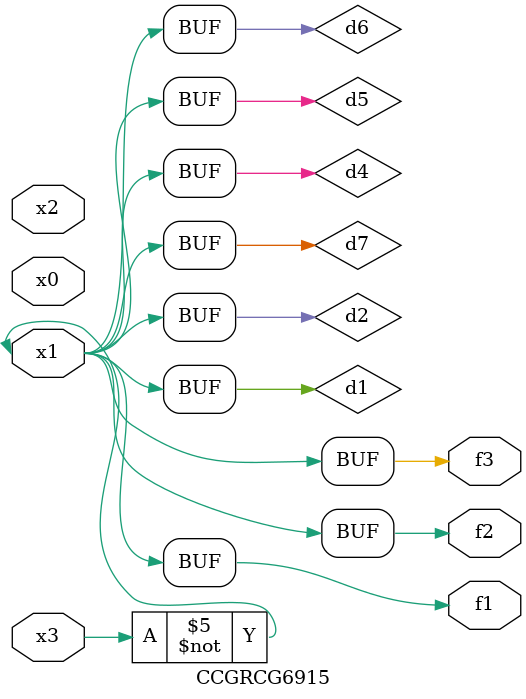
<source format=v>
module CCGRCG6915(
	input x0, x1, x2, x3,
	output f1, f2, f3
);

	wire d1, d2, d3, d4, d5, d6, d7;

	not (d1, x3);
	buf (d2, x1);
	xnor (d3, d1, d2);
	nor (d4, d1);
	buf (d5, d1, d2);
	buf (d6, d4, d5);
	nand (d7, d4);
	assign f1 = d6;
	assign f2 = d7;
	assign f3 = d6;
endmodule

</source>
